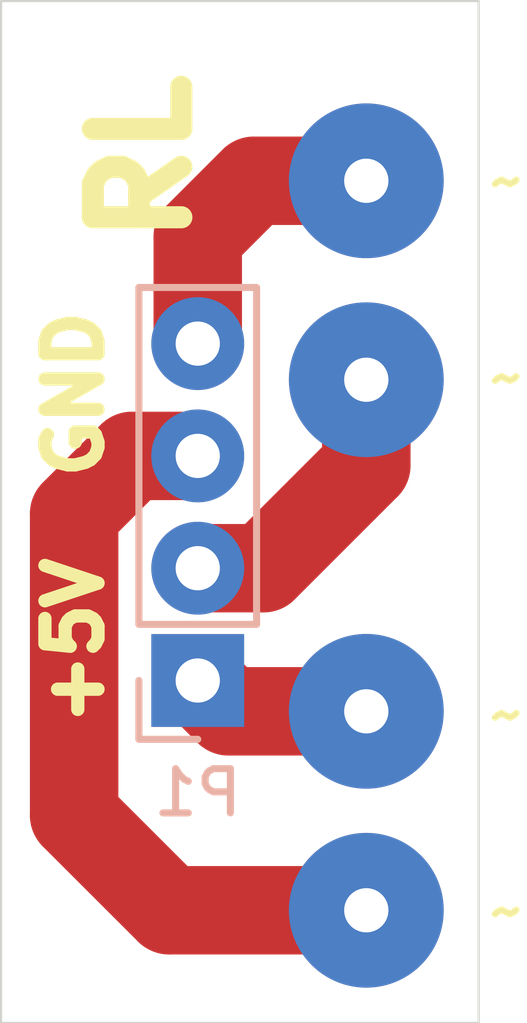
<source format=kicad_pcb>
(kicad_pcb (version 20171130) (host pcbnew "(5.1.6)-1")

  (general
    (thickness 1.6)
    (drawings 7)
    (tracks 15)
    (zones 0)
    (modules 5)
    (nets 3)
  )

  (page A4)
  (layers
    (0 F.Cu signal)
    (31 B.Cu signal)
    (32 B.Adhes user)
    (33 F.Adhes user)
    (34 B.Paste user)
    (35 F.Paste user)
    (36 B.SilkS user)
    (37 F.SilkS user)
    (38 B.Mask user)
    (39 F.Mask user)
    (40 Dwgs.User user)
    (41 Cmts.User user)
    (42 Eco1.User user)
    (43 Eco2.User user)
    (44 Edge.Cuts user)
    (45 Margin user)
    (46 B.CrtYd user)
    (47 F.CrtYd user)
    (48 B.Fab user hide)
    (49 F.Fab user hide)
  )

  (setup
    (last_trace_width 2)
    (user_trace_width 0.5)
    (user_trace_width 1)
    (user_trace_width 1.5)
    (user_trace_width 2)
    (trace_clearance 0.2)
    (zone_clearance 0.508)
    (zone_45_only no)
    (trace_min 0.2)
    (via_size 0.8)
    (via_drill 0.4)
    (via_min_size 0.4)
    (via_min_drill 0.3)
    (uvia_size 0.3)
    (uvia_drill 0.1)
    (uvias_allowed no)
    (uvia_min_size 0.2)
    (uvia_min_drill 0.1)
    (edge_width 0.05)
    (segment_width 0.2)
    (pcb_text_width 0.3)
    (pcb_text_size 1.5 1.5)
    (mod_edge_width 0.12)
    (mod_text_size 1 1)
    (mod_text_width 0.15)
    (pad_size 3.5 3.5)
    (pad_drill 1)
    (pad_to_mask_clearance 0.05)
    (aux_axis_origin 0 0)
    (visible_elements 7FFFFFFF)
    (pcbplotparams
      (layerselection 0x010fc_ffffffff)
      (usegerberextensions true)
      (usegerberattributes false)
      (usegerberadvancedattributes false)
      (creategerberjobfile false)
      (excludeedgelayer true)
      (linewidth 0.100000)
      (plotframeref false)
      (viasonmask false)
      (mode 1)
      (useauxorigin false)
      (hpglpennumber 1)
      (hpglpenspeed 20)
      (hpglpendiameter 15.000000)
      (psnegative false)
      (psa4output false)
      (plotreference true)
      (plotvalue false)
      (plotinvisibletext false)
      (padsonsilk false)
      (subtractmaskfromsilk true)
      (outputformat 1)
      (mirror false)
      (drillshape 0)
      (scaleselection 1)
      (outputdirectory "export/gerber-data/"))
  )

  (net 0 "")
  (net 1 +5V)
  (net 2 GND)

  (net_class Default "This is the default net class."
    (clearance 0.2)
    (trace_width 0.25)
    (via_dia 0.8)
    (via_drill 0.4)
    (uvia_dia 0.3)
    (uvia_drill 0.1)
    (add_net +5V)
    (add_net GND)
  )

  (module connector_tht_pinheader_2.54mm_rl:1x4_pinheader_2.54mm_vertical (layer B.Cu) (tedit 6370DC61) (tstamp 63712EAC)
    (at 179.07 79.883)
    (descr "Through hole straight pin header, 1x4, 2.54mm pitch, single row")
    (tags "Through hole pin header THT 1x4 2.54mm single row")
    (path /6370CDCE)
    (fp_text reference P1 (at 0 2.54) (layer B.SilkS)
      (effects (font (size 1 1) (thickness 0.16)) (justify mirror))
    )
    (fp_text value 1x4_pin_header (at -2.54 -3.175 90) (layer B.Fab)
      (effects (font (size 1 1) (thickness 0.15)) (justify mirror))
    )
    (fp_line (start 1.8 1.8) (end -1.8 1.8) (layer B.CrtYd) (width 0.05))
    (fp_line (start -1.33 1.33) (end 0 1.33) (layer B.SilkS) (width 0.16))
    (fp_line (start 1.8 -9.398) (end 1.8 1.8) (layer B.CrtYd) (width 0.05))
    (fp_line (start -1.8 -9.398) (end 1.778 -9.398) (layer B.CrtYd) (width 0.05))
    (fp_line (start -1.8 1.8) (end -1.8 -9.398) (layer B.CrtYd) (width 0.05))
    (fp_line (start -1.33 0) (end -1.33 1.33) (layer B.SilkS) (width 0.16))
    (fp_line (start 1.27 1.27) (end 1.27 -8.89) (layer B.Fab) (width 0.1))
    (fp_line (start -1.33 -1.27) (end -1.33 -8.89) (layer B.SilkS) (width 0.16))
    (fp_line (start -1.33 -1.27) (end 1.33 -1.27) (layer B.SilkS) (width 0.16))
    (fp_line (start -1.27 -8.89) (end -1.27 0.635) (layer B.Fab) (width 0.1))
    (fp_line (start -1.27 0.635) (end -0.635 1.27) (layer B.Fab) (width 0.1))
    (fp_line (start -0.635 1.27) (end 1.27 1.27) (layer B.Fab) (width 0.1))
    (fp_line (start 1.33 -1.27) (end 1.33 -8.89) (layer B.SilkS) (width 0.16))
    (fp_line (start -1.33 -8.89) (end 1.33 -8.89) (layer B.SilkS) (width 0.16))
    (fp_line (start 1.27 -8.89) (end -1.27 -8.89) (layer B.Fab) (width 0.1))
    (fp_text user %R (at 0 -3.81 -90) (layer B.Fab)
      (effects (font (size 1 1) (thickness 0.15)) (justify mirror))
    )
    (pad 4 thru_hole oval (at 0 -7.62) (size 2.1 2.1) (drill 1) (layers *.Cu *.Mask)
      (net 2 GND))
    (pad 3 thru_hole oval (at 0 -5.08) (size 2.1 2.1) (drill 1) (layers *.Cu *.Mask)
      (net 2 GND))
    (pad 2 thru_hole oval (at 0 -2.54) (size 2.1 2.1) (drill 1) (layers *.Cu *.Mask)
      (net 1 +5V))
    (pad 1 thru_hole rect (at 0 0) (size 2.1 2.1) (drill 1) (layers *.Cu *.Mask)
      (net 1 +5V))
    (model ${RL_3DPACKAGES_DIR}/connector_pinheader_2.54mm.3dshapes/tht/1x4_pinheader_2.54mm_vertical.step
      (at (xyz 0 0 0))
      (scale (xyz 1 1 1))
      (rotate (xyz 0 0 0))
    )
  )

  (module mounting_hole_pad_rl:mounting_hole_pad_0.5x3mm (layer F.Cu) (tedit 63CBC136) (tstamp 63712E87)
    (at 182.88 85.08)
    (descr "Mounting hole with pad 0.5 drill, 3 diameter")
    (tags "mountig hole pad 0.5x3")
    (path /637110A8)
    (fp_text reference ~ (at 3.175 0.01) (layer F.SilkS)
      (effects (font (size 1 1) (thickness 0.15)))
    )
    (fp_text value mounting_hole_pad (at 0 3.81) (layer F.Fab)
      (effects (font (size 1 1) (thickness 0.15)))
    )
    (fp_circle (center 0 0) (end 1.6 0) (layer F.CrtYd) (width 0.05))
    (fp_circle (center 0 0) (end 1.6 0) (layer Cmts.User) (width 0.15))
    (fp_text user %R (at 0.3 0) (layer F.Fab)
      (effects (font (size 1 1) (thickness 0.15)))
    )
    (pad 1 thru_hole circle (at 0 0) (size 3.5 3.5) (drill 1) (layers *.Cu *.Mask)
      (net 2 GND))
  )

  (module mounting_hole_pad_rl:mounting_hole_pad_0.5x3mm (layer F.Cu) (tedit 63CD545C) (tstamp 63712EE1)
    (at 182.88 68.58)
    (descr "Mounting hole with pad 0.5 drill, 3 diameter")
    (tags "mountig hole pad 0.5x3")
    (path /63710B75)
    (fp_text reference ~ (at 3.175 0) (layer F.SilkS)
      (effects (font (size 1 1) (thickness 0.15)))
    )
    (fp_text value mounting_hole_pad (at 0 3.81) (layer F.Fab)
      (effects (font (size 1 1) (thickness 0.15)))
    )
    (fp_circle (center 0 0) (end 1.6 0) (layer F.CrtYd) (width 0.05))
    (fp_circle (center 0 0) (end 1.6 0) (layer Cmts.User) (width 0.15))
    (fp_text user %R (at 0.3 0) (layer F.Fab)
      (effects (font (size 1 1) (thickness 0.15)))
    )
    (pad 1 thru_hole circle (at 0 0) (size 3.5 3.5) (drill 1) (layers *.Cu *.Mask)
      (net 2 GND))
  )

  (module mounting_hole_pad_rl:mounting_hole_pad_0.5x3mm (layer F.Cu) (tedit 63CBC129) (tstamp 63712EF6)
    (at 182.88 73.08)
    (descr "Mounting hole with pad 0.5 drill, 3 diameter")
    (tags "mountig hole pad 0.5x3")
    (path /6370F823)
    (fp_text reference ~ (at 3.175 -0.055) (layer F.SilkS)
      (effects (font (size 1 1) (thickness 0.15)))
    )
    (fp_text value mounting_hole_pad (at 0 3.81) (layer F.Fab)
      (effects (font (size 1 1) (thickness 0.15)))
    )
    (fp_circle (center 0 0) (end 1.6 0) (layer F.CrtYd) (width 0.05))
    (fp_circle (center 0 0) (end 1.6 0) (layer Cmts.User) (width 0.15))
    (fp_text user %R (at 0.3 0) (layer F.Fab)
      (effects (font (size 1 1) (thickness 0.15)))
    )
    (pad 1 thru_hole circle (at 0 0) (size 3.5 3.5) (drill 1) (layers *.Cu *.Mask)
      (net 1 +5V))
  )

  (module mounting_hole_pad_rl:mounting_hole_pad_0.5x3mm (layer F.Cu) (tedit 63CBC132) (tstamp 63712F0B)
    (at 182.88 80.58)
    (descr "Mounting hole with pad 0.5 drill, 3 diameter")
    (tags "mountig hole pad 0.5x3")
    (path /6370ED16)
    (fp_text reference ~ (at 3.175 0.065) (layer F.SilkS)
      (effects (font (size 1 1) (thickness 0.15)))
    )
    (fp_text value mounting_hole_pad (at 0 3.81) (layer F.Fab)
      (effects (font (size 1 1) (thickness 0.15)))
    )
    (fp_circle (center 0 0) (end 1.6 0) (layer F.CrtYd) (width 0.05))
    (fp_circle (center 0 0) (end 1.6 0) (layer Cmts.User) (width 0.15))
    (fp_text user %R (at 0.3 0) (layer F.Fab)
      (effects (font (size 1 1) (thickness 0.15)))
    )
    (pad 1 thru_hole circle (at 0 0) (size 3.5 3.5) (drill 1) (layers *.Cu *.Mask)
      (net 1 +5V))
  )

  (gr_text RL (at 177.8 68.072 90) (layer F.SilkS)
    (effects (font (size 2 2) (thickness 0.5)))
  )
  (gr_text +5V (at 176.276 78.994 90) (layer F.SilkS) (tstamp 63CA9BC9)
    (effects (font (size 1.2 1.2) (thickness 0.3)))
  )
  (gr_text GND (at 176.276 73.406 90) (layer F.SilkS)
    (effects (font (size 1.2 1.2) (thickness 0.3)))
  )
  (gr_line (start 174.625 87.63) (end 174.625 64.516) (layer Edge.Cuts) (width 0.05) (tstamp 63713671))
  (gr_line (start 185.42 87.63) (end 174.625 87.63) (layer Edge.Cuts) (width 0.05))
  (gr_line (start 185.42 64.516) (end 185.42 87.63) (layer Edge.Cuts) (width 0.05))
  (gr_line (start 174.625 64.516) (end 185.42 64.516) (layer Edge.Cuts) (width 0.05))

  (segment (start 182.88 74.509924) (end 182.88 73.08) (width 2) (layer F.Cu) (net 1))
  (segment (start 182.815 80.645) (end 182.88 80.58) (width 2) (layer F.Cu) (net 1))
  (segment (start 182.88 75.017924) (end 182.88 73.08) (width 2) (layer F.Cu) (net 1))
  (segment (start 180.554924 77.343) (end 182.88 75.017924) (width 2) (layer F.Cu) (net 1))
  (segment (start 179.07 77.343) (end 180.554924 77.343) (width 2) (layer F.Cu) (net 1))
  (segment (start 179.767 80.58) (end 179.07 79.883) (width 2) (layer F.Cu) (net 1))
  (segment (start 182.88 80.58) (end 179.767 80.58) (width 2) (layer F.Cu) (net 1))
  (segment (start 178.425 85.08) (end 182.88 85.08) (width 2) (layer F.Cu) (net 2))
  (segment (start 176.276 82.931) (end 178.425 85.08) (width 2) (layer F.Cu) (net 2))
  (segment (start 179.07 74.803) (end 177.585076 74.803) (width 2) (layer F.Cu) (net 2))
  (segment (start 176.276 76.112076) (end 176.276 82.931) (width 2) (layer F.Cu) (net 2))
  (segment (start 177.585076 74.803) (end 176.276 76.112076) (width 2) (layer F.Cu) (net 2))
  (segment (start 182.88 68.58) (end 180.34 68.58) (width 2) (layer F.Cu) (net 2))
  (segment (start 179.07 69.85) (end 179.07 72.263) (width 2) (layer F.Cu) (net 2))
  (segment (start 180.34 68.58) (end 179.07 69.85) (width 2) (layer F.Cu) (net 2))

)

</source>
